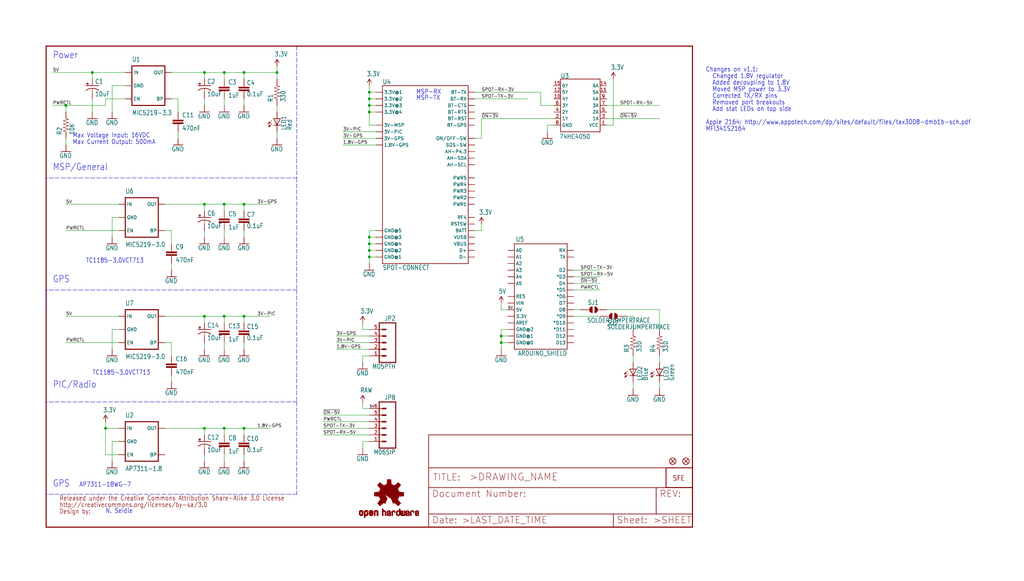
<source format=kicad_sch>
(kicad_sch (version 20211123) (generator eeschema)
  (paper "User" 394.386 223.926)
  (lib_symbols
    (symbol "eagleSchem-eagle-import:3.3V" (power)
      (property "Value" "3.3V" (at -1.016 3.556 0))
      (symbol "3.3V_1_0"
        (pin power_in line (at 0 0 90) (length 2.54) (name "3.3V") (number "1"))
      )
    )
    (symbol "eagleSchem-eagle-import:ARDUINO_SHIELDNO_SILK"
      (property "Reference" "U" (at -9.652 21.082 0))
      (property "Value" "ARDUINO_SHIELDNO_SILK" (at -8.89 -22.86 0))
      (symbol "ARDUINO_SHIELDNO_SILK_1_0"
        (pin bidirectional line (at -12.7 -7.62 0) (length 2.54) (name "3.3V") (number "3.3V"))
        (pin bidirectional line (at -12.7 -5.08 0) (length 2.54) (name "5V") (number "5V"))
        (pin bidirectional line (at -12.7 17.78 0) (length 2.54) (name "A0") (number "A0"))
        (pin bidirectional line (at -12.7 15.24 0) (length 2.54) (name "A1") (number "A1"))
        (pin bidirectional line (at -12.7 12.7 0) (length 2.54) (name "A2") (number "A2"))
        (pin bidirectional line (at -12.7 10.16 0) (length 2.54) (name "A3") (number "A3"))
        (pin bidirectional line (at -12.7 7.62 0) (length 2.54) (name "A4") (number "A4"))
        (pin bidirectional line (at -12.7 5.08 0) (length 2.54) (name "A5") (number "A5"))
        (pin bidirectional line (at -12.7 -10.16 0) (length 2.54) (name "AREF") (number "AREF"))
        (pin bidirectional line (at 12.7 -10.16 180) (length 2.54) (name "*D10") (number "D10"))
        (pin bidirectional line (at 12.7 -12.7 180) (length 2.54) (name "*D11") (number "D11"))
        (pin bidirectional line (at 12.7 -15.24 180) (length 2.54) (name "D12") (number "D12"))
        (pin bidirectional line (at 12.7 -17.78 180) (length 2.54) (name "D13") (number "D13"))
        (pin bidirectional line (at 12.7 10.16 180) (length 2.54) (name "D2") (number "D2"))
        (pin bidirectional line (at 12.7 7.62 180) (length 2.54) (name "*D3") (number "D3"))
        (pin bidirectional line (at 12.7 5.08 180) (length 2.54) (name "D4") (number "D4"))
        (pin bidirectional line (at 12.7 2.54 180) (length 2.54) (name "*D5") (number "D5"))
        (pin bidirectional line (at 12.7 0 180) (length 2.54) (name "*D6") (number "D6"))
        (pin bidirectional line (at 12.7 -2.54 180) (length 2.54) (name "D7") (number "D7"))
        (pin bidirectional line (at 12.7 -5.08 180) (length 2.54) (name "D8") (number "D8"))
        (pin bidirectional line (at 12.7 -7.62 180) (length 2.54) (name "*D9") (number "D9"))
        (pin bidirectional line (at -12.7 -17.78 0) (length 2.54) (name "GND@0") (number "GND@0"))
        (pin bidirectional line (at -12.7 -15.24 0) (length 2.54) (name "GND@1") (number "GND@1"))
        (pin bidirectional line (at -12.7 -12.7 0) (length 2.54) (name "GND@2") (number "GND@2"))
        (pin bidirectional line (at -12.7 0 0) (length 2.54) (name "RES") (number "RES"))
        (pin bidirectional line (at 12.7 17.78 180) (length 2.54) (name "RX") (number "RX"))
        (pin bidirectional line (at 12.7 15.24 180) (length 2.54) (name "TX") (number "TX"))
        (pin bidirectional line (at -12.7 -2.54 0) (length 2.54) (name "VIN") (number "VIN"))
      )
    )
    (symbol "eagleSchem-eagle-import:CAP0402-CAP"
      (property "Reference" "C" (at 1.524 2.921 0))
      (property "Value" "CAP0402-CAP" (at 1.524 -2.159 0))
      (symbol "CAP0402-CAP_1_0"
        (pin passive line (at 0 5.08 270) (length 2.54) (name "1") (number "1"))
        (pin passive line (at 0 -2.54 90) (length 2.54) (name "2") (number "2"))
      )
    )
    (symbol "eagleSchem-eagle-import:CAP_POL1206"
      (property "Reference" "C" (at 1.016 0.635 0))
      (property "Value" "CAP_POL1206" (at 1.016 -4.191 0))
      (symbol "CAP_POL1206_1_0"
        (pin passive line (at 0 2.54 270) (length 2.54) (name "+") (number "A"))
        (pin passive line (at 0 -5.08 90) (length 2.54) (name "-") (number "C"))
      )
    )
    (symbol "eagleSchem-eagle-import:CREATIVE_COMMONS"
      (symbol "CREATIVE_COMMONS_1_0"
        (text "Design by:" (at 0 0 0) (effects (font (size 1.778 1.5113)) (justify left bottom)))
        (text "http://creativecommons.org/licenses/by-sa/3.0" (at 0 2.54 0) (effects (font (size 1.778 1.5113)) (justify left bottom)))
        (text "Released under the Creative Commons Attribution Share-Alike 3.0 License" (at 0 5.08 0) (effects (font (size 1.778 1.5113)) (justify left bottom)))
      )
    )
    (symbol "eagleSchem-eagle-import:FIDUCIALUFIDUCIAL")
    (symbol "eagleSchem-eagle-import:FRAME-LETTER"
      (symbol "FRAME-LETTER_2_0"
        (text ">DRAWING_NAME" (at 15.494 17.78 0) (effects (font (size 2.7432 2.7432)) (justify left bottom)))
        (text ">LAST_DATE_TIME" (at 12.7 1.27 0) (effects (font (size 2.54 2.54)) (justify left bottom)))
        (text ">SHEET" (at 86.36 1.27 0) (effects (font (size 2.54 2.54)) (justify left bottom)))
        (text "Date:" (at 1.27 1.27 0) (effects (font (size 2.54 2.54)) (justify left bottom)))
        (text "Document Number:" (at 1.27 11.43 0) (effects (font (size 2.54 2.54)) (justify left bottom)))
        (text "REV:" (at 88.9 11.43 0) (effects (font (size 2.54 2.54)) (justify left bottom)))
        (text "Sheet:" (at 72.39 1.27 0) (effects (font (size 2.54 2.54)) (justify left bottom)))
        (text "TITLE:" (at 1.524 17.78 0) (effects (font (size 2.54 2.54)) (justify left bottom)))
      )
    )
    (symbol "eagleSchem-eagle-import:GND" (power)
      (property "Value" "GND" (at -2.54 -2.54 0))
      (symbol "GND_1_0"
        (pin power_in line (at 0 2.54 270) (length 2.54) (name "GND") (number "1"))
      )
    )
    (symbol "eagleSchem-eagle-import:HEX_CONVERTER"
      (property "Reference" "U" (at -7.62 10.16 0))
      (property "Value" "HEX_CONVERTER" (at -7.62 -12.7 0))
      (symbol "HEX_CONVERTER_1_0"
        (pin bidirectional line (at -10.16 7.62 0) (length 2.54) (name "VCC") (number "1"))
        (pin bidirectional line (at 10.16 -2.54 180) (length 2.54) (name "4Y") (number "10"))
        (pin bidirectional line (at -10.16 -5.08 0) (length 2.54) (name "5A") (number "11"))
        (pin bidirectional line (at 10.16 -5.08 180) (length 2.54) (name "5Y") (number "12"))
        (pin bidirectional line (at -10.16 -7.62 0) (length 2.54) (name "6A") (number "14"))
        (pin bidirectional line (at 10.16 -7.62 180) (length 2.54) (name "6Y") (number "15"))
        (pin bidirectional line (at 10.16 5.08 180) (length 2.54) (name "1Y") (number "2"))
        (pin bidirectional line (at -10.16 5.08 0) (length 2.54) (name "1A") (number "3"))
        (pin bidirectional line (at 10.16 2.54 180) (length 2.54) (name "2Y") (number "4"))
        (pin bidirectional line (at -10.16 2.54 0) (length 2.54) (name "2A") (number "5"))
        (pin bidirectional line (at 10.16 0 180) (length 2.54) (name "3Y") (number "6"))
        (pin bidirectional line (at -10.16 0 0) (length 2.54) (name "3A") (number "7"))
        (pin bidirectional line (at 10.16 7.62 180) (length 2.54) (name "GND") (number "8"))
        (pin bidirectional line (at -10.16 -2.54 0) (length 2.54) (name "4A") (number "9"))
      )
    )
    (symbol "eagleSchem-eagle-import:LED0603"
      (property "Reference" "LED" (at 3.556 -4.572 90))
      (property "Value" "LED0603" (at 5.715 -4.572 90))
      (symbol "LED0603_1_0"
        (pin passive line (at 0 2.54 270) (length 2.54) (name "A") (number "A"))
        (pin passive line (at 0 -5.08 90) (length 2.54) (name "C") (number "C"))
      )
    )
    (symbol "eagleSchem-eagle-import:LOGO-SFENEW"
      (symbol "LOGO-SFENEW_1_0"
        (text "SFE" (at 0 0 0) (effects (font (size 1.9304 1.6408)) (justify left bottom)))
      )
    )
    (symbol "eagleSchem-eagle-import:LOGO-SFESK"
      (symbol "LOGO-SFESK_1_0"
        (text "SFE" (at 0 0 0) (effects (font (size 1.9304 1.6408)) (justify left bottom)))
      )
    )
    (symbol "eagleSchem-eagle-import:M05PTH"
      (property "Reference" "JP" (at -2.54 8.382 0))
      (property "Value" "M05PTH" (at -2.54 -10.16 0))
      (symbol "M05PTH_1_0"
        (pin passive line (at 7.62 -5.08 180) (length 5.08) (name "1") (number "1"))
        (pin passive line (at 7.62 -2.54 180) (length 5.08) (name "2") (number "2"))
        (pin passive line (at 7.62 0 180) (length 5.08) (name "3") (number "3"))
        (pin passive line (at 7.62 2.54 180) (length 5.08) (name "4") (number "4"))
        (pin passive line (at 7.62 5.08 180) (length 5.08) (name "5") (number "5"))
      )
    )
    (symbol "eagleSchem-eagle-import:M06SIP"
      (property "Reference" "JP" (at -5.08 10.922 0))
      (property "Value" "M06SIP" (at -5.08 -10.16 0))
      (symbol "M06SIP_1_0"
        (pin passive line (at 5.08 -5.08 180) (length 5.08) (name "1") (number "1"))
        (pin passive line (at 5.08 -2.54 180) (length 5.08) (name "2") (number "2"))
        (pin passive line (at 5.08 0 180) (length 5.08) (name "3") (number "3"))
        (pin passive line (at 5.08 2.54 180) (length 5.08) (name "4") (number "4"))
        (pin passive line (at 5.08 5.08 180) (length 5.08) (name "5") (number "5"))
        (pin passive line (at 5.08 7.62 180) (length 5.08) (name "6") (number "6"))
      )
    )
    (symbol "eagleSchem-eagle-import:OSHW-LOGOS")
    (symbol "eagleSchem-eagle-import:RESISTOR0402-RES"
      (property "Reference" "R" (at -3.81 1.4986 0))
      (property "Value" "RESISTOR0402-RES" (at -3.81 -3.302 0))
      (symbol "RESISTOR0402-RES_1_0"
        (pin passive line (at -5.08 0 0) (length 2.54) (name "1") (number "1"))
        (pin passive line (at 5.08 0 180) (length 2.54) (name "2") (number "2"))
      )
    )
    (symbol "eagleSchem-eagle-import:SOLDERJUMPERTRACE"
      (property "Reference" "SJ" (at -2.54 2.54 0))
      (property "Value" "SOLDERJUMPERTRACE" (at -2.54 -5.08 0))
      (symbol "SOLDERJUMPERTRACE_1_0"
        (pin passive line (at -5.08 0 0) (length 2.54) (name "1") (number "1"))
        (pin passive line (at 5.08 0 180) (length 2.54) (name "2") (number "2"))
      )
    )
    (symbol "eagleSchem-eagle-import:SPOT-CONNECTSMD"
      (property "Reference" "U" (at -17.78 33.528 0))
      (property "Value" "SPOT-CONNECTSMD" (at -17.78 -38.1 0))
      (symbol "SPOT-CONNECTSMD_1_0"
        (pin bidirectional line (at -20.32 10.16 0) (length 2.54) (name "1.8V-GPS") (number "1.8V-GPS"))
        (pin bidirectional line (at -20.32 30.48 0) (length 2.54) (name "3.3V@1") (number "3.3V@1"))
        (pin bidirectional line (at -20.32 27.94 0) (length 2.54) (name "3.3V@2") (number "3.3V@2"))
        (pin bidirectional line (at -20.32 25.4 0) (length 2.54) (name "3.3V@3") (number "3.3V@3"))
        (pin bidirectional line (at -20.32 22.86 0) (length 2.54) (name "3.3V@4") (number "3.3V@4"))
        (pin bidirectional line (at -20.32 12.7 0) (length 2.54) (name "3V-GPS") (number "3V-GPS"))
        (pin bidirectional line (at -20.32 17.78 0) (length 2.54) (name "3V-MSP") (number "3VMSP"))
        (pin bidirectional line (at -20.32 15.24 0) (length 2.54) (name "3V-PIC") (number "3VPIC"))
        (pin bidirectional line (at 17.78 2.54 180) (length 2.54) (name "AH-SCL") (number "AH-SCL"))
        (pin bidirectional line (at 17.78 7.62 180) (length 2.54) (name "AH-P4.3") (number "AH/P4.3"))
        (pin bidirectional line (at 17.78 5.08 180) (length 2.54) (name "AH-SDA") (number "AH/SDA"))
        (pin bidirectional line (at 17.78 -22.86 180) (length 2.54) (name "BATT") (number "BATT"))
        (pin bidirectional line (at 17.78 25.4 180) (length 2.54) (name "BT-CTS") (number "BT-CTS"))
        (pin bidirectional line (at 17.78 17.78 180) (length 2.54) (name "BT-GP5") (number "BT-GP5"))
        (pin bidirectional line (at 17.78 20.32 180) (length 2.54) (name "BT-RST") (number "BT-RST"))
        (pin bidirectional line (at 17.78 22.86 180) (length 2.54) (name "BT-RTS") (number "BT-RTS"))
        (pin bidirectional line (at 17.78 27.94 180) (length 2.54) (name "BT-RX") (number "BT-RX"))
        (pin bidirectional line (at 17.78 30.48 180) (length 2.54) (name "BT-TX") (number "BT-TX"))
        (pin bidirectional line (at 17.78 -30.48 180) (length 2.54) (name "D+") (number "D+"))
        (pin bidirectional line (at 17.78 -33.02 180) (length 2.54) (name "D-") (number "D-"))
        (pin bidirectional line (at -20.32 -33.02 0) (length 2.54) (name "GND@1") (number "GND@1"))
        (pin bidirectional line (at -20.32 -30.48 0) (length 2.54) (name "GND@2") (number "GND@2"))
        (pin bidirectional line (at -20.32 -25.4 0) (length 2.54) (name "GND@3") (number "GND@3"))
        (pin bidirectional line (at -20.32 -27.94 0) (length 2.54) (name "GND@4") (number "GND@4"))
        (pin bidirectional line (at -20.32 -22.86 0) (length 2.54) (name "GND@5") (number "GND@5"))
        (pin bidirectional line (at 17.78 12.7 180) (length 2.54) (name "ON/OFF-SW") (number "ON/OFF"))
        (pin bidirectional line (at 17.78 -12.7 180) (length 2.54) (name "PWR1") (number "PWRCTL1"))
        (pin bidirectional line (at 17.78 -10.16 180) (length 2.54) (name "PWR2") (number "PWRCTL2"))
        (pin bidirectional line (at 17.78 -7.62 180) (length 2.54) (name "PWR3") (number "PWRCTL3"))
        (pin bidirectional line (at 17.78 -5.08 180) (length 2.54) (name "PWR4") (number "PWRCTL4"))
        (pin bidirectional line (at 17.78 -2.54 180) (length 2.54) (name "PWR5") (number "PWRCTL5"))
        (pin bidirectional line (at 17.78 -17.78 180) (length 2.54) (name "RF4") (number "RF4"))
        (pin bidirectional line (at 17.78 -20.32 180) (length 2.54) (name "RSTSW") (number "RSTSW"))
        (pin bidirectional line (at 17.78 10.16 180) (length 2.54) (name "SOS-SW") (number "SOS"))
        (pin bidirectional line (at 17.78 -27.94 180) (length 2.54) (name "VBUS") (number "VBUS"))
        (pin bidirectional line (at 17.78 -25.4 180) (length 2.54) (name "VUSB") (number "VUSB"))
      )
    )
    (symbol "eagleSchem-eagle-import:VCC" (power)
      (property "Value" "VCC" (at -1.016 3.556 0))
      (symbol "VCC_1_0"
        (pin power_in line (at 0 0 90) (length 2.54) (name "VCC") (number "1"))
      )
    )
    (symbol "eagleSchem-eagle-import:V_REG_LDOSMD"
      (property "Reference" "U" (at -7.62 9.144 0))
      (property "Value" "V_REG_LDOSMD" (at -7.62 -11.43 0))
      (symbol "V_REG_LDOSMD_1_0"
        (pin input line (at -10.16 5.08 0) (length 2.54) (name "IN") (number "1"))
        (pin input line (at -10.16 0 0) (length 2.54) (name "GND") (number "2"))
        (pin input line (at -10.16 -5.08 0) (length 2.54) (name "EN") (number "3"))
        (pin input line (at 7.62 -5.08 180) (length 2.54) (name "BP") (number "4"))
        (pin passive line (at 7.62 5.08 180) (length 2.54) (name "OUT") (number "5"))
      )
    )
  )
  (junction (at 142.24 38.1))
  (junction (at 142.24 99.06))
  (junction (at 142.24 43.18))
  (junction (at 142.24 35.56))
  (junction (at 86.36 78.74))
  (junction (at 78.74 78.74))
  (junction (at 78.74 27.94))
  (junction (at 142.24 40.64))
  (junction (at 25.4 40.64))
  (junction (at 106.68 27.94))
  (junction (at 193.04 132.08))
  (junction (at 142.24 93.98))
  (junction (at 93.98 27.94))
  (junction (at 193.04 129.54))
  (junction (at 93.98 78.74))
  (junction (at 93.98 165.1))
  (junction (at 86.36 27.94))
  (junction (at 142.24 96.52))
  (junction (at 86.36 121.92))
  (junction (at 40.64 165.1))
  (junction (at 35.56 27.94))
  (junction (at 142.24 91.44))
  (junction (at 93.98 121.92))
  (junction (at 78.74 121.92))
  (junction (at 86.36 165.1))
  (junction (at 78.74 165.1))
  (wire (pts (xy 185.42 53.34) (xy 185.42 45.72)))
  (wire (pts (xy 142.24 137.16) (xy 139.7 137.16)))
  (wire (pts (xy 236.22 48.26) (xy 236.22 30.48)))
  (wire (pts (xy 132.08 53.34) (xy 144.78 53.34)))
  (wire (pts (xy 35.56 27.94) (xy 48.26 27.94)))
  (wire (pts (xy 78.74 121.92) (xy 86.36 121.92)))
  (wire (pts (xy 142.24 88.9) (xy 142.24 91.44)))
  (wire (pts (xy 66.04 38.1) (xy 68.58 38.1)))
  (polyline (pts (xy 114.3 17.78) (xy 114.3 68.58)))
  (wire (pts (xy 213.36 48.26) (xy 210.82 48.26)))
  (wire (pts (xy 43.18 83.82) (xy 43.18 91.44)))
  (wire (pts (xy 45.72 88.9) (xy 25.4 88.9)))
  (wire (pts (xy 48.26 38.1) (xy 40.64 38.1)))
  (wire (pts (xy 254 149.86) (xy 254 147.32)))
  (wire (pts (xy 220.98 121.92) (xy 231.14 121.92)))
  (wire (pts (xy 106.68 43.18) (xy 106.68 40.64)))
  (wire (pts (xy 25.4 43.18) (xy 25.4 40.64)))
  (wire (pts (xy 223.52 119.38) (xy 220.98 119.38)))
  (polyline (pts (xy 114.3 111.76) (xy 114.3 154.94)))
  (wire (pts (xy 86.36 124.46) (xy 86.36 121.92)))
  (wire (pts (xy 142.24 162.56) (xy 124.46 162.56)))
  (wire (pts (xy 45.72 170.18) (xy 43.18 170.18)))
  (wire (pts (xy 220.98 104.14) (xy 231.14 104.14)))
  (wire (pts (xy 78.74 165.1) (xy 86.36 165.1)))
  (wire (pts (xy 193.04 132.08) (xy 193.04 134.62)))
  (wire (pts (xy 213.36 40.64) (xy 208.28 40.64)))
  (wire (pts (xy 142.24 43.18) (xy 142.24 40.64)))
  (wire (pts (xy 63.5 165.1) (xy 78.74 165.1)))
  (wire (pts (xy 43.18 33.02) (xy 43.18 43.18)))
  (wire (pts (xy 106.68 27.94) (xy 106.68 25.4)))
  (wire (pts (xy 45.72 78.74) (xy 25.4 78.74)))
  (wire (pts (xy 78.74 175.26) (xy 78.74 177.8)))
  (wire (pts (xy 193.04 127) (xy 193.04 129.54)))
  (wire (pts (xy 254 119.38) (xy 254 127)))
  (wire (pts (xy 142.24 167.64) (xy 124.46 167.64)))
  (wire (pts (xy 78.74 40.64) (xy 78.74 38.1)))
  (wire (pts (xy 144.78 38.1) (xy 142.24 38.1)))
  (wire (pts (xy 86.36 121.92) (xy 93.98 121.92)))
  (wire (pts (xy 86.36 165.1) (xy 93.98 165.1)))
  (wire (pts (xy 213.36 45.72) (xy 185.42 45.72)))
  (wire (pts (xy 48.26 33.02) (xy 43.18 33.02)))
  (wire (pts (xy 142.24 99.06) (xy 142.24 101.6)))
  (polyline (pts (xy 114.3 68.58) (xy 114.3 111.76)))
  (wire (pts (xy 40.64 175.26) (xy 40.64 165.1)))
  (wire (pts (xy 142.24 160.02) (xy 124.46 160.02)))
  (wire (pts (xy 78.74 124.46) (xy 78.74 121.92)))
  (wire (pts (xy 182.88 35.56) (xy 208.28 35.56)))
  (wire (pts (xy 68.58 53.34) (xy 68.58 50.8)))
  (wire (pts (xy 86.36 167.64) (xy 86.36 165.1)))
  (wire (pts (xy 220.98 111.76) (xy 231.14 111.76)))
  (wire (pts (xy 93.98 78.74) (xy 104.14 78.74)))
  (wire (pts (xy 86.36 40.64) (xy 86.36 38.1)))
  (wire (pts (xy 193.04 129.54) (xy 193.04 132.08)))
  (wire (pts (xy 142.24 35.56) (xy 142.24 33.02)))
  (wire (pts (xy 25.4 55.88) (xy 25.4 53.34)))
  (wire (pts (xy 86.36 27.94) (xy 93.98 27.94)))
  (wire (pts (xy 93.98 177.8) (xy 93.98 175.26)))
  (wire (pts (xy 182.88 53.34) (xy 185.42 53.34)))
  (wire (pts (xy 63.5 132.08) (xy 66.04 132.08)))
  (wire (pts (xy 45.72 121.92) (xy 25.4 121.92)))
  (wire (pts (xy 35.56 30.48) (xy 35.56 27.94)))
  (wire (pts (xy 182.88 88.9) (xy 185.42 88.9)))
  (wire (pts (xy 78.74 167.64) (xy 78.74 165.1)))
  (wire (pts (xy 66.04 104.14) (xy 66.04 101.6)))
  (wire (pts (xy 93.98 124.46) (xy 93.98 121.92)))
  (wire (pts (xy 142.24 157.48) (xy 139.7 157.48)))
  (wire (pts (xy 68.58 38.1) (xy 68.58 43.18)))
  (wire (pts (xy 195.58 119.38) (xy 193.04 119.38)))
  (wire (pts (xy 142.24 38.1) (xy 142.24 35.56)))
  (wire (pts (xy 93.98 91.44) (xy 93.98 88.9)))
  (wire (pts (xy 78.74 27.94) (xy 78.74 30.48)))
  (wire (pts (xy 233.68 40.64) (xy 254 40.64)))
  (wire (pts (xy 66.04 147.32) (xy 66.04 144.78)))
  (wire (pts (xy 142.24 170.18) (xy 139.7 170.18)))
  (wire (pts (xy 195.58 129.54) (xy 193.04 129.54)))
  (polyline (pts (xy 114.3 154.94) (xy 114.3 190.5)))
  (wire (pts (xy 195.58 132.08) (xy 193.04 132.08)))
  (wire (pts (xy 45.72 132.08) (xy 25.4 132.08)))
  (wire (pts (xy 142.24 40.64) (xy 142.24 38.1)))
  (wire (pts (xy 78.74 91.44) (xy 78.74 88.9)))
  (wire (pts (xy 86.36 78.74) (xy 93.98 78.74)))
  (wire (pts (xy 142.24 93.98) (xy 142.24 96.52)))
  (wire (pts (xy 142.24 127) (xy 139.7 127)))
  (wire (pts (xy 63.5 78.74) (xy 78.74 78.74)))
  (wire (pts (xy 139.7 157.48) (xy 139.7 154.94)))
  (wire (pts (xy 142.24 134.62) (xy 129.54 134.62)))
  (wire (pts (xy 35.56 43.18) (xy 35.56 38.1)))
  (wire (pts (xy 86.36 134.62) (xy 86.36 132.08)))
  (wire (pts (xy 78.74 81.28) (xy 78.74 78.74)))
  (wire (pts (xy 142.24 91.44) (xy 142.24 93.98)))
  (wire (pts (xy 66.04 132.08) (xy 66.04 137.16)))
  (wire (pts (xy 233.68 48.26) (xy 236.22 48.26)))
  (polyline (pts (xy 114.3 154.94) (xy 17.78 154.94)))
  (wire (pts (xy 45.72 165.1) (xy 40.64 165.1)))
  (wire (pts (xy 40.64 40.64) (xy 25.4 40.64)))
  (wire (pts (xy 144.78 88.9) (xy 142.24 88.9)))
  (wire (pts (xy 40.64 38.1) (xy 40.64 40.64)))
  (wire (pts (xy 78.74 134.62) (xy 78.74 132.08)))
  (wire (pts (xy 142.24 132.08) (xy 129.54 132.08)))
  (wire (pts (xy 93.98 30.48) (xy 93.98 27.94)))
  (polyline (pts (xy 114.3 190.5) (xy 17.78 190.5)))
  (wire (pts (xy 93.98 81.28) (xy 93.98 78.74)))
  (wire (pts (xy 40.64 162.56) (xy 40.64 165.1)))
  (polyline (pts (xy 114.3 68.58) (xy 17.78 68.58)))
  (wire (pts (xy 195.58 127) (xy 193.04 127)))
  (wire (pts (xy 93.98 167.64) (xy 93.98 165.1)))
  (wire (pts (xy 78.74 78.74) (xy 86.36 78.74)))
  (wire (pts (xy 144.78 99.06) (xy 142.24 99.06)))
  (polyline (pts (xy 114.3 111.76) (xy 17.78 111.76)))
  (wire (pts (xy 78.74 27.94) (xy 86.36 27.94)))
  (wire (pts (xy 233.68 119.38) (xy 254 119.38)))
  (wire (pts (xy 144.78 91.44) (xy 142.24 91.44)))
  (wire (pts (xy 93.98 27.94) (xy 106.68 27.94)))
  (wire (pts (xy 144.78 35.56) (xy 142.24 35.56)))
  (wire (pts (xy 144.78 55.88) (xy 132.08 55.88)))
  (wire (pts (xy 144.78 40.64) (xy 142.24 40.64)))
  (wire (pts (xy 66.04 27.94) (xy 78.74 27.94)))
  (wire (pts (xy 220.98 106.68) (xy 231.14 106.68)))
  (wire (pts (xy 45.72 127) (xy 43.18 127)))
  (wire (pts (xy 243.84 139.7) (xy 243.84 137.16)))
  (wire (pts (xy 139.7 127) (xy 139.7 124.46)))
  (wire (pts (xy 93.98 121.92) (xy 104.14 121.92)))
  (wire (pts (xy 233.68 45.72) (xy 254 45.72)))
  (wire (pts (xy 43.18 170.18) (xy 43.18 177.8)))
  (wire (pts (xy 86.36 27.94) (xy 86.36 30.48)))
  (wire (pts (xy 63.5 121.92) (xy 78.74 121.92)))
  (wire (pts (xy 86.36 91.44) (xy 86.36 88.9)))
  (wire (pts (xy 25.4 40.64) (xy 20.32 40.64)))
  (wire (pts (xy 93.98 40.64) (xy 93.98 38.1)))
  (wire (pts (xy 144.78 43.18) (xy 142.24 43.18)))
  (wire (pts (xy 93.98 134.62) (xy 93.98 132.08)))
  (wire (pts (xy 193.04 119.38) (xy 193.04 116.84)))
  (wire (pts (xy 254 139.7) (xy 254 137.16)))
  (wire (pts (xy 142.24 129.54) (xy 129.54 129.54)))
  (wire (pts (xy 241.3 121.92) (xy 243.84 121.92)))
  (wire (pts (xy 45.72 83.82) (xy 43.18 83.82)))
  (wire (pts (xy 142.24 165.1) (xy 124.46 165.1)))
  (wire (pts (xy 142.24 48.26) (xy 142.24 43.18)))
  (wire (pts (xy 144.78 50.8) (xy 132.08 50.8)))
  (wire (pts (xy 144.78 48.26) (xy 142.24 48.26)))
  (wire (pts (xy 139.7 170.18) (xy 139.7 172.72)))
  (wire (pts (xy 35.56 27.94) (xy 20.32 27.94)))
  (wire (pts (xy 106.68 53.34) (xy 106.68 50.8)))
  (wire (pts (xy 63.5 88.9) (xy 66.04 88.9)))
  (wire (pts (xy 243.84 149.86) (xy 243.84 147.32)))
  (wire (pts (xy 243.84 121.92) (xy 243.84 127)))
  (wire (pts (xy 86.36 177.8) (xy 86.36 175.26)))
  (wire (pts (xy 106.68 27.94) (xy 106.68 30.48)))
  (wire (pts (xy 139.7 137.16) (xy 139.7 139.7)))
  (polyline (pts (xy 17.78 111.76) (xy 17.78 119.38)))
  (wire (pts (xy 208.28 40.64) (xy 208.28 35.56)))
  (wire (pts (xy 45.72 175.26) (xy 40.64 175.26)))
  (wire (pts (xy 182.88 38.1) (xy 203.2 38.1)))
  (wire (pts (xy 66.04 88.9) (xy 66.04 93.98)))
  (wire (pts (xy 86.36 81.28) (xy 86.36 78.74)))
  (wire (pts (xy 220.98 109.22) (xy 231.14 109.22)))
  (wire (pts (xy 210.82 48.26) (xy 210.82 50.8)))
  (wire (pts (xy 93.98 165.1) (xy 104.14 165.1)))
  (wire (pts (xy 185.42 86.36) (xy 185.42 88.9)))
  (wire (pts (xy 43.18 127) (xy 43.18 134.62)))
  (wire (pts (xy 144.78 93.98) (xy 142.24 93.98)))
  (wire (pts (xy 144.78 96.52) (xy 142.24 96.52)))
  (wire (pts (xy 142.24 96.52) (xy 142.24 99.06)))
  (text "Max Voltage Input: 16VDC" (at 27.94 53.34 180) (effects (font (size 1.778 1.5113)) (justify left bottom)))
  (text "Add stat LEDs on top side" (at 274.32 43.18 180) (effects (font (size 1.778 1.5113)) (justify left bottom)))
  (text "AP7311-18WG-7" (at 30.48 187.96 180) (effects (font (size 1.778 1.5113)) (justify left bottom)))
  (text "Moved MSP power to 3.3V" (at 274.32 35.56 180) (effects (font (size 1.778 1.5113)) (justify left bottom)))
  (text "Apple 2164: http://www.appotech.com/dp/sites/default/files/tax3008-dmb1b-sch.pdf" (at 271.78 48.26 0) (effects (font (size 1.778 1.5113)) (justify left bottom)))
  (text "MSP/General" (at 20.32 66.04 180) (effects (font (size 2.54 2.159)) (justify left bottom)))
  (text "Max Current Output: 500mA" (at 27.94 55.88 180) (effects (font (size 1.778 1.5113)) (justify left bottom)))
  (text "Removed port breakouts" (at 274.32 40.64 180) (effects (font (size 1.778 1.5113)) (justify left bottom)))
  (text "Added decoupling to 1.8V" (at 274.32 33.02 180) (effects (font (size 1.778 1.5113)) (justify left bottom)))
  (text "GPS" (at 20.32 187.96 180) (effects (font (size 2.54 2.159)) (justify left bottom)))
  (text "GPS" (at 20.32 109.22 180) (effects (font (size 2.54 2.159)) (justify left bottom)))
  (text "MSP-RX" (at 160.274 36.576 180) (effects (font (size 1.778 1.5113)) (justify left bottom)))
  (text "Changes on v1.1:" (at 271.78 27.94 180) (effects (font (size 1.778 1.5113)) (justify left bottom)))
  (text "MSP-TX" (at 160.274 38.862 180) (effects (font (size 1.778 1.5113)) (justify left bottom)))
  (text "N. Seidle" (at 40.64 198.12 180) (effects (font (size 1.778 1.5113)) (justify left bottom)))
  (text "Corrected TX/RX pins" (at 274.32 38.1 180) (effects (font (size 1.778 1.5113)) (justify left bottom)))
  (text "PIC/Radio" (at 20.32 149.86 180) (effects (font (size 2.54 2.159)) (justify left bottom)))
  (text "TC1185-3.0VCT713" (at 33.02 101.6 180) (effects (font (size 1.778 1.5113)) (justify left bottom)))
  (text "MFI341S2164" (at 271.78 50.8 180) (effects (font (size 1.778 1.5113)) (justify left bottom)))
  (text "Power" (at 20.32 22.86 180) (effects (font (size 2.54 2.159)) (justify left bottom)))
  (text "Changed 1.8V regulator" (at 274.32 30.48 180) (effects (font (size 1.778 1.5113)) (justify left bottom)))
  (text "TC1185-3.0VCT713" (at 35.56 144.78 180) (effects (font (size 1.778 1.5113)) (justify left bottom)))
  (label "~{ON-5V}" (at 124.46 160.02 0) (effects (font (size 1.2446 1.2446))))
  (label "5V" (at 25.4 121.92 0) (effects (font (size 1.2446 1.2446))))
  (label "1.8V-GPS" (at 132.08 55.88 0) (effects (font (size 1.2446 1.2446))))
  (label "3V-PIC" (at 129.54 132.08 0) (effects (font (size 1.2446 1.2446))))
  (label "SPOT-RX-5V" (at 124.46 167.64 0) (effects (font (size 1.2446 1.2446))))
  (label "3V-PIC" (at 132.08 50.8 0) (effects (font (size 1.2446 1.2446))))
  (label "5V" (at 25.4 78.74 0) (effects (font (size 1.2446 1.2446))))
  (label "3V-GPS" (at 129.54 129.54 0) (effects (font (size 1.2446 1.2446))))
  (label "SPOT-TX-3V" (at 223.52 104.14 0) (effects (font (size 1.2446 1.2446))))
  (label "~{ON-3V}" (at 185.42 45.72 0) (effects (font (size 1.2446 1.2446))))
  (label "SPOT-RX-5V" (at 223.52 106.68 0) (effects (font (size 1.2446 1.2446))))
  (label "1.8V-GPS" (at 129.54 134.62 0) (effects (font (size 1.2446 1.2446))))
  (label "~{ON-5V}" (at 238.76 45.72 0) (effects (font (size 1.2446 1.2446))))
  (label "1.8V-GPS" (at 99.06 165.1 0) (effects (font (size 1.2446 1.2446))))
  (label "SPOT-RX-3V" (at 185.42 35.56 0) (effects (font (size 1.2446 1.2446))))
  (label "SPOT-RX-5V" (at 238.76 40.64 0) (effects (font (size 1.2446 1.2446))))
  (label "3V-PIC" (at 99.06 121.92 0) (effects (font (size 1.2446 1.2446))))
  (label "PWRCTL" (at 25.4 88.9 0) (effects (font (size 1.2446 1.2446))))
  (label "SPOT-TX-3V" (at 124.46 165.1 0) (effects (font (size 1.2446 1.2446))))
  (label "3V-GPS" (at 99.06 78.74 0) (effects (font (size 1.2446 1.2446))))
  (label "PWRCTL" (at 223.52 111.76 0) (effects (font (size 1.2446 1.2446))))
  (label "PWRCTL" (at 20.32 40.64 0) (effects (font (size 1.2446 1.2446))))
  (label "5V" (at 195.58 119.38 0) (effects (font (size 1.016 1.016))))
  (label "PWRCTL" (at 124.46 162.56 0) (effects (font (size 1.2446 1.2446))))
  (label "5V" (at 20.32 27.94 0) (effects (font (size 1.2446 1.2446))))
  (label "~{ON-5V}" (at 223.52 109.22 0) (effects (font (size 1.2446 1.2446))))
  (label "5V" (at 142.24 157.48 0) (effects (font (size 1.016 1.016))))
  (label "PWRCTL" (at 25.4 132.08 0) (effects (font (size 1.2446 1.2446))))
  (label "3V-GPS" (at 132.08 53.34 0) (effects (font (size 1.2446 1.2446))))
  (label "SPOT-TX-3V" (at 185.42 38.1 0) (effects (font (size 1.2446 1.2446))))
  (symbol (lib_id "eagleSchem-eagle-import:GND") (at 43.18 45.72 0) (unit 1)
    (property "Reference" "#GND30" (effects hide))
    (property "Value" "GND" (at 40.64 48.26 0) (effects (font (size 1.778 1.5113)) (justify left bottom)))
    (property "Footprint" "eagleSchem:" (effects hide))
  )
  (symbol (lib_id "eagleSchem-eagle-import:3.3V") (at 185.42 86.36 0) (unit 1)
    (property "Reference" "#P+8" (effects hide))
    (property "Value" "3.3V" (at 184.404 82.804 0) (effects (font (size 1.778 1.5113)) (justify left bottom)))
    (property "Footprint" "eagleSchem:" (effects hide))
  )
  (symbol (lib_id "eagleSchem-eagle-import:CAP0402-CAP") (at 93.98 170.18 180) (unit 1)
    (property "Reference" "C10" (at 94.996 170.053 0) (effects (font (size 1.778 1.5113)) (justify right top)))
    (property "Value" "0.1uF" (at 94.996 174.371 0) (effects (font (size 1.778 1.5113)) (justify right top)))
    (property "Footprint" "eagleSchem:0402-CAP" (effects hide))
  )
  (symbol (lib_id "eagleSchem-eagle-import:GND") (at 93.98 137.16 0) (unit 1)
    (property "Reference" "#GND20" (effects hide))
    (property "Value" "GND" (at 91.44 139.7 0) (effects (font (size 1.778 1.5113)) (justify left bottom)))
    (property "Footprint" "eagleSchem:" (effects hide))
  )
  (symbol (lib_id "eagleSchem-eagle-import:FRAME-LETTER") (at 17.78 203.2 0) (unit 1)
    (property "Reference" "#FRAME1" (effects hide))
    (property "Value" "FRAME-LETTER" (effects hide))
    (property "Footprint" "eagleSchem:" (effects hide))
  )
  (symbol (lib_id "eagleSchem-eagle-import:FIDUCIALUFIDUCIAL") (at 259.08 177.8 0) (unit 1)
    (property "Reference" "JP10" (effects hide))
    (property "Value" "FIDUCIALUFIDUCIAL" (effects hide))
    (property "Footprint" "eagleSchem:MICRO-FIDUCIAL" (effects hide))
  )
  (symbol (lib_id "eagleSchem-eagle-import:GND") (at 78.74 93.98 0) (unit 1)
    (property "Reference" "#GND6" (effects hide))
    (property "Value" "GND" (at 76.2 96.52 0) (effects (font (size 1.778 1.5113)) (justify left bottom)))
    (property "Footprint" "eagleSchem:" (effects hide))
  )
  (symbol (lib_id "eagleSchem-eagle-import:GND") (at 139.7 175.26 0) (unit 1)
    (property "Reference" "#GND13" (effects hide))
    (property "Value" "GND" (at 137.16 177.8 0) (effects (font (size 1.778 1.5113)) (justify left bottom)))
    (property "Footprint" "eagleSchem:" (effects hide))
  )
  (symbol (lib_id "eagleSchem-eagle-import:RESISTOR0402-RES") (at 243.84 132.08 90) (unit 1)
    (property "Reference" "R3" (at 242.3414 135.89 0) (effects (font (size 1.778 1.5113)) (justify left bottom)))
    (property "Value" "330" (at 247.142 135.89 0) (effects (font (size 1.778 1.5113)) (justify left bottom)))
    (property "Footprint" "eagleSchem:0402-RES" (effects hide))
  )
  (symbol (lib_id "eagleSchem-eagle-import:GND") (at 254 152.4 0) (unit 1)
    (property "Reference" "#GND24" (effects hide))
    (property "Value" "GND" (at 251.46 154.94 0) (effects (font (size 1.778 1.5113)) (justify left bottom)))
    (property "Footprint" "eagleSchem:" (effects hide))
  )
  (symbol (lib_id "eagleSchem-eagle-import:CAP_POL1206") (at 78.74 170.18 0) (unit 1)
    (property "Reference" "C12" (at 79.756 169.545 0) (effects (font (size 1.778 1.5113)) (justify left bottom)))
    (property "Value" "10uF" (at 79.756 174.371 0) (effects (font (size 1.778 1.5113)) (justify left bottom)))
    (property "Footprint" "eagleSchem:EIA3216" (effects hide))
  )
  (symbol (lib_id "eagleSchem-eagle-import:HEX_CONVERTER") (at 223.52 40.64 180) (unit 1)
    (property "Reference" "U3" (at 215.9 30.226 0) (effects (font (size 1.778 1.5113)) (justify right top)))
    (property "Value" "74HC4050" (at 215.392 53.594 0) (effects (font (size 1.778 1.5113)) (justify right top)))
    (property "Footprint" "eagleSchem:SO016" (effects hide))
  )
  (symbol (lib_id "eagleSchem-eagle-import:GND") (at 68.58 55.88 0) (unit 1)
    (property "Reference" "#GND14" (effects hide))
    (property "Value" "GND" (at 66.04 58.42 0) (effects (font (size 1.778 1.5113)) (justify left bottom)))
    (property "Footprint" "eagleSchem:" (effects hide))
  )
  (symbol (lib_id "eagleSchem-eagle-import:CAP_POL1206") (at 78.74 127 0) (unit 1)
    (property "Reference" "C14" (at 79.756 126.365 0) (effects (font (size 1.778 1.5113)) (justify left bottom)))
    (property "Value" "10uF" (at 79.756 131.191 0) (effects (font (size 1.778 1.5113)) (justify left bottom)))
    (property "Footprint" "eagleSchem:EIA3216" (effects hide))
  )
  (symbol (lib_id "eagleSchem-eagle-import:CAP0402-CAP") (at 86.36 129.54 0) (unit 1)
    (property "Reference" "C13" (at 87.884 126.619 0) (effects (font (size 1.778 1.5113)) (justify left bottom)))
    (property "Value" "1uF" (at 87.884 131.699 0) (effects (font (size 1.778 1.5113)) (justify left bottom)))
    (property "Footprint" "eagleSchem:0402-CAP" (effects hide))
  )
  (symbol (lib_id "eagleSchem-eagle-import:V_REG_LDOSMD") (at 55.88 127 0) (unit 1)
    (property "Reference" "U7" (at 48.26 117.856 0) (effects (font (size 1.778 1.5113)) (justify left bottom)))
    (property "Value" "MIC5219-3.0" (at 48.26 138.43 0) (effects (font (size 1.778 1.5113)) (justify left bottom)))
    (property "Footprint" "eagleSchem:SOT23-5" (effects hide))
  )
  (symbol (lib_id "eagleSchem-eagle-import:GND") (at 93.98 180.34 0) (unit 1)
    (property "Reference" "#GND11" (effects hide))
    (property "Value" "GND" (at 91.44 182.88 0) (effects (font (size 1.778 1.5113)) (justify left bottom)))
    (property "Footprint" "eagleSchem:" (effects hide))
  )
  (symbol (lib_id "eagleSchem-eagle-import:CAP0402-CAP") (at 93.98 127 180) (unit 1)
    (property "Reference" "C15" (at 94.996 126.873 0) (effects (font (size 1.778 1.5113)) (justify right top)))
    (property "Value" "0.1uF" (at 94.996 131.191 0) (effects (font (size 1.778 1.5113)) (justify right top)))
    (property "Footprint" "eagleSchem:0402-CAP" (effects hide))
  )
  (symbol (lib_id "eagleSchem-eagle-import:VCC") (at 193.04 116.84 0) (unit 1)
    (property "Reference" "#P+10" (effects hide))
    (property "Value" "5V" (at 192.024 113.284 0) (effects (font (size 1.778 1.5113)) (justify left bottom)))
    (property "Footprint" "eagleSchem:" (effects hide))
  )
  (symbol (lib_id "eagleSchem-eagle-import:SOLDERJUMPERTRACE") (at 228.6 119.38 0) (unit 1)
    (property "Reference" "SJ1" (at 226.314 117.602 0) (effects (font (size 1.778 1.5113)) (justify left bottom)))
    (property "Value" "SOLDERJUMPERTRACE" (at 226.06 124.46 0) (effects (font (size 1.778 1.5113)) (justify left bottom)))
    (property "Footprint" "eagleSchem:SJ_2S-TRACE" (effects hide))
  )
  (symbol (lib_id "eagleSchem-eagle-import:CAP_POL1206") (at 78.74 83.82 0) (unit 1)
    (property "Reference" "C6" (at 79.756 83.185 0) (effects (font (size 1.778 1.5113)) (justify left bottom)))
    (property "Value" "10uF" (at 79.756 88.011 0) (effects (font (size 1.778 1.5113)) (justify left bottom)))
    (property "Footprint" "eagleSchem:EIA3216" (effects hide))
  )
  (symbol (lib_id "eagleSchem-eagle-import:VCC") (at 139.7 154.94 0) (unit 1)
    (property "Reference" "#P+3" (effects hide))
    (property "Value" "RAW" (at 138.684 151.384 0) (effects (font (size 1.778 1.5113)) (justify left bottom)))
    (property "Footprint" "eagleSchem:" (effects hide))
  )
  (symbol (lib_id "eagleSchem-eagle-import:3.3V") (at 139.7 124.46 0) (unit 1)
    (property "Reference" "#P+2" (effects hide))
    (property "Value" "3.3V" (at 138.684 120.904 0) (effects (font (size 1.778 1.5113)) (justify left bottom)))
    (property "Footprint" "eagleSchem:" (effects hide))
  )
  (symbol (lib_id "eagleSchem-eagle-import:CAP0402-CAP") (at 86.36 35.56 0) (unit 1)
    (property "Reference" "C3" (at 87.884 32.639 0) (effects (font (size 1.778 1.5113)) (justify left bottom)))
    (property "Value" "1uF" (at 87.884 37.719 0) (effects (font (size 1.778 1.5113)) (justify left bottom)))
    (property "Footprint" "eagleSchem:0402-CAP" (effects hide))
  )
  (symbol (lib_id "eagleSchem-eagle-import:GND") (at 66.04 149.86 0) (unit 1)
    (property "Reference" "#GND22" (effects hide))
    (property "Value" "GND" (at 63.5 152.4 0) (effects (font (size 1.778 1.5113)) (justify left bottom)))
    (property "Footprint" "eagleSchem:" (effects hide))
  )
  (symbol (lib_id "eagleSchem-eagle-import:CAP0402-CAP") (at 86.36 172.72 0) (unit 1)
    (property "Reference" "C8" (at 87.884 169.799 0) (effects (font (size 1.778 1.5113)) (justify left bottom)))
    (property "Value" "1uF" (at 87.884 174.879 0) (effects (font (size 1.778 1.5113)) (justify left bottom)))
    (property "Footprint" "eagleSchem:0402-CAP" (effects hide))
  )
  (symbol (lib_id "eagleSchem-eagle-import:M05PTH") (at 149.86 132.08 0) (mirror y) (unit 1)
    (property "Reference" "JP2" (at 152.4 123.698 0) (effects (font (size 1.778 1.5113)) (justify left bottom)))
    (property "Value" "M05PTH" (at 152.4 142.24 0) (effects (font (size 1.778 1.5113)) (justify left bottom)))
    (property "Footprint" "eagleSchem:1X05" (effects hide))
  )
  (symbol (lib_id "eagleSchem-eagle-import:GND") (at 35.56 45.72 0) (unit 1)
    (property "Reference" "#GND32" (effects hide))
    (property "Value" "GND" (at 33.02 48.26 0) (effects (font (size 1.778 1.5113)) (justify left bottom)))
    (property "Footprint" "eagleSchem:" (effects hide))
  )
  (symbol (lib_id "eagleSchem-eagle-import:LED0603") (at 243.84 142.24 0) (unit 1)
    (property "Reference" "LED2" (at 247.396 146.812 90) (effects (font (size 1.778 1.5113)) (justify left bottom)))
    (property "Value" "Blue" (at 249.555 146.812 90) (effects (font (size 1.778 1.5113)) (justify left bottom)))
    (property "Footprint" "eagleSchem:LED-0603" (effects hide))
  )
  (symbol (lib_id "eagleSchem-eagle-import:GND") (at 86.36 43.18 0) (unit 1)
    (property "Reference" "#GND26" (effects hide))
    (property "Value" "GND" (at 83.82 45.72 0) (effects (font (size 1.778 1.5113)) (justify left bottom)))
    (property "Footprint" "eagleSchem:" (effects hide))
  )
  (symbol (lib_id "eagleSchem-eagle-import:GND") (at 43.18 93.98 0) (unit 1)
    (property "Reference" "#GND4" (effects hide))
    (property "Value" "GND" (at 40.64 96.52 0) (effects (font (size 1.778 1.5113)) (justify left bottom)))
    (property "Footprint" "eagleSchem:" (effects hide))
  )
  (symbol (lib_id "eagleSchem-eagle-import:GND") (at 43.18 180.34 0) (unit 1)
    (property "Reference" "#GND5" (effects hide))
    (property "Value" "GND" (at 40.64 182.88 0) (effects (font (size 1.778 1.5113)) (justify left bottom)))
    (property "Footprint" "eagleSchem:" (effects hide))
  )
  (symbol (lib_id "eagleSchem-eagle-import:3.3V") (at 106.68 25.4 0) (unit 1)
    (property "Reference" "#P+1" (effects hide))
    (property "Value" "3.3V" (at 105.664 21.844 0) (effects (font (size 1.778 1.5113)) (justify left bottom)))
    (property "Footprint" "eagleSchem:" (effects hide))
  )
  (symbol (lib_id "eagleSchem-eagle-import:RESISTOR0402-RES") (at 25.4 48.26 90) (unit 1)
    (property "Reference" "R2" (at 23.9014 52.07 0) (effects (font (size 1.778 1.5113)) (justify left bottom)))
    (property "Value" "10K" (at 28.702 52.07 0) (effects (font (size 1.778 1.5113)) (justify left bottom)))
    (property "Footprint" "eagleSchem:0402-RES" (effects hide))
  )
  (symbol (lib_id "eagleSchem-eagle-import:GND") (at 142.24 104.14 0) (unit 1)
    (property "Reference" "#GND2" (effects hide))
    (property "Value" "GND" (at 139.7 106.68 0) (effects (font (size 1.778 1.5113)) (justify left bottom)))
    (property "Footprint" "eagleSchem:" (effects hide))
  )
  (symbol (lib_id "eagleSchem-eagle-import:CAP0402-CAP") (at 68.58 48.26 0) (unit 1)
    (property "Reference" "C11" (at 70.104 45.339 0) (effects (font (size 1.778 1.5113)) (justify left bottom)))
    (property "Value" "470nF" (at 70.104 50.419 0) (effects (font (size 1.778 1.5113)) (justify left bottom)))
    (property "Footprint" "eagleSchem:0402-CAP" (effects hide))
  )
  (symbol (lib_id "eagleSchem-eagle-import:GND") (at 93.98 93.98 0) (unit 1)
    (property "Reference" "#GND8" (effects hide))
    (property "Value" "GND" (at 91.44 96.52 0) (effects (font (size 1.778 1.5113)) (justify left bottom)))
    (property "Footprint" "eagleSchem:" (effects hide))
  )
  (symbol (lib_id "eagleSchem-eagle-import:LED0603") (at 106.68 45.72 0) (unit 1)
    (property "Reference" "LED1" (at 110.236 50.292 90) (effects (font (size 1.778 1.5113)) (justify left bottom)))
    (property "Value" "Red" (at 112.395 50.292 90) (effects (font (size 1.778 1.5113)) (justify left bottom)))
    (property "Footprint" "eagleSchem:LED-0603" (effects hide))
  )
  (symbol (lib_id "eagleSchem-eagle-import:GND") (at 86.36 93.98 0) (unit 1)
    (property "Reference" "#GND7" (effects hide))
    (property "Value" "GND" (at 83.82 96.52 0) (effects (font (size 1.778 1.5113)) (justify left bottom)))
    (property "Footprint" "eagleSchem:" (effects hide))
  )
  (symbol (lib_id "eagleSchem-eagle-import:GND") (at 93.98 43.18 0) (unit 1)
    (property "Reference" "#GND1" (effects hide))
    (property "Value" "GND" (at 91.44 45.72 0) (effects (font (size 1.778 1.5113)) (justify left bottom)))
    (property "Footprint" "eagleSchem:" (effects hide))
  )
  (symbol (lib_id "eagleSchem-eagle-import:GND") (at 86.36 180.34 0) (unit 1)
    (property "Reference" "#GND10" (effects hide))
    (property "Value" "GND" (at 83.82 182.88 0) (effects (font (size 1.778 1.5113)) (justify left bottom)))
    (property "Footprint" "eagleSchem:" (effects hide))
  )
  (symbol (lib_id "eagleSchem-eagle-import:CAP0402-CAP") (at 66.04 142.24 0) (unit 1)
    (property "Reference" "C16" (at 67.564 139.319 0) (effects (font (size 1.778 1.5113)) (justify left bottom)))
    (property "Value" "470nF" (at 67.564 144.399 0) (effects (font (size 1.778 1.5113)) (justify left bottom)))
    (property "Footprint" "eagleSchem:0402-CAP" (effects hide))
  )
  (symbol (lib_id "eagleSchem-eagle-import:CAP0402-CAP") (at 93.98 33.02 180) (unit 1)
    (property "Reference" "C4" (at 94.996 32.893 0) (effects (font (size 1.778 1.5113)) (justify right top)))
    (property "Value" "0.1uF" (at 94.996 37.211 0) (effects (font (size 1.778 1.5113)) (justify right top)))
    (property "Footprint" "eagleSchem:0402-CAP" (effects hide))
  )
  (symbol (lib_id "eagleSchem-eagle-import:ARDUINO_SHIELDNO_SILK") (at 208.28 114.3 0) (unit 1)
    (property "Reference" "U5" (at 198.628 93.218 0) (effects (font (size 1.778 1.5113)) (justify left bottom)))
    (property "Value" "ARDUINO_SHIELD" (at 199.39 137.16 0) (effects (font (size 1.778 1.5113)) (justify left bottom)))
    (property "Footprint" "eagleSchem:DUEMILANOVE_VIAS" (effects hide))
  )
  (symbol (lib_id "eagleSchem-eagle-import:FRAME-LETTER") (at 165.1 203.2 0) (unit 2)
    (property "Reference" "#FRAME1" (effects hide))
    (property "Value" "FRAME-LETTER" (effects hide))
    (property "Footprint" "eagleSchem:" (effects hide))
  )
  (symbol (lib_id "eagleSchem-eagle-import:LOGO-SFENEW") (at 259.08 185.42 0) (unit 1)
    (property "Reference" "U$11" (effects hide))
    (property "Value" "LOGO-SFENEW" (effects hide))
    (property "Footprint" "eagleSchem:SFE-NEW-WEBLOGO" (effects hide))
  )
  (symbol (lib_id "eagleSchem-eagle-import:CAP0402-CAP") (at 93.98 83.82 180) (unit 1)
    (property "Reference" "C7" (at 94.996 83.693 0) (effects (font (size 1.778 1.5113)) (justify right top)))
    (property "Value" "0.1uF" (at 94.996 88.011 0) (effects (font (size 1.778 1.5113)) (justify right top)))
    (property "Footprint" "eagleSchem:0402-CAP" (effects hide))
  )
  (symbol (lib_id "eagleSchem-eagle-import:GND") (at 86.36 137.16 0) (unit 1)
    (property "Reference" "#GND19" (effects hide))
    (property "Value" "GND" (at 83.82 139.7 0) (effects (font (size 1.778 1.5113)) (justify left bottom)))
    (property "Footprint" "eagleSchem:" (effects hide))
  )
  (symbol (lib_id "eagleSchem-eagle-import:V_REG_LDOSMD") (at 55.88 170.18 0) (unit 1)
    (property "Reference" "U2" (at 48.26 161.036 0) (effects (font (size 1.778 1.5113)) (justify left bottom)))
    (property "Value" "AP7311-1.8" (at 48.26 181.61 0) (effects (font (size 1.778 1.5113)) (justify left bottom)))
    (property "Footprint" "eagleSchem:SOT23-5" (effects hide))
  )
  (symbol (lib_id "eagleSchem-eagle-import:GND") (at 78.74 137.16 0) (unit 1)
    (property "Reference" "#GND18" (effects hide))
    (property "Value" "GND" (at 76.2 139.7 0) (effects (font (size 1.778 1.5113)) (justify left bottom)))
    (property "Footprint" "eagleSchem:" (effects hide))
  )
  (symbol (lib_id "eagleSchem-eagle-import:GND") (at 106.68 55.88 0) (unit 1)
    (property "Reference" "#GND28" (effects hide))
    (property "Value" "GND" (at 104.14 58.42 0) (effects (font (size 1.778 1.5113)) (justify left bottom)))
    (property "Footprint" "eagleSchem:" (effects hide))
  )
  (symbol (lib_id "eagleSchem-eagle-import:OSHW-LOGOS") (at 149.86 190.5 0) (unit 1)
    (property "Reference" "U$3" (effects hide))
    (property "Value" "OSHW-LOGOS" (effects hide))
    (property "Footprint" "eagleSchem:OSHW-LOGO-S" (effects hide))
  )
  (symbol (lib_id "eagleSchem-eagle-import:CAP_POL1206") (at 35.56 33.02 0) (unit 1)
    (property "Reference" "C1" (at 36.576 32.385 0) (effects (font (size 1.778 1.5113)) (justify left bottom)))
    (property "Value" "10uF" (at 36.576 37.211 0) (effects (font (size 1.778 1.5113)) (justify left bottom)))
    (property "Footprint" "eagleSchem:EIA3216" (effects hide))
  )
  (symbol (lib_id "eagleSchem-eagle-import:GND") (at 243.84 152.4 0) (unit 1)
    (property "Reference" "#GND23" (effects hide))
    (property "Value" "GND" (at 241.3 154.94 0) (effects (font (size 1.778 1.5113)) (justify left bottom)))
    (property "Footprint" "eagleSchem:" (effects hide))
  )
  (symbol (lib_id "eagleSchem-eagle-import:GND") (at 66.04 106.68 0) (unit 1)
    (property "Reference" "#GND9" (effects hide))
    (property "Value" "GND" (at 63.5 109.22 0) (effects (font (size 1.778 1.5113)) (justify left bottom)))
    (property "Footprint" "eagleSchem:" (effects hide))
  )
  (symbol (lib_id "eagleSchem-eagle-import:3.3V") (at 40.64 162.56 0) (unit 1)
    (property "Reference" "#P+6" (effects hide))
    (property "Value" "3.3V" (at 39.624 159.004 0) (effects (font (size 1.778 1.5113)) (justify left bottom)))
    (property "Footprint" "eagleSchem:" (effects hide))
  )
  (symbol (lib_id "eagleSchem-eagle-import:RESISTOR0402-RES") (at 254 132.08 90) (unit 1)
    (property "Reference" "R4" (at 252.5014 135.89 0) (effects (font (size 1.778 1.5113)) (justify left bottom)))
    (property "Value" "330" (at 257.302 135.89 0) (effects (font (size 1.778 1.5113)) (justify left bottom)))
    (property "Footprint" "eagleSchem:0402-RES" (effects hide))
  )
  (symbol (lib_id "eagleSchem-eagle-import:V_REG_LDOSMD") (at 55.88 83.82 0) (unit 1)
    (property "Reference" "U6" (at 48.26 74.676 0) (effects (font (size 1.778 1.5113)) (justify left bottom)))
    (property "Value" "MIC5219-3.0" (at 48.26 95.25 0) (effects (font (size 1.778 1.5113)) (justify left bottom)))
    (property "Footprint" "eagleSchem:SOT23-5" (effects hide))
  )
  (symbol (lib_id "eagleSchem-eagle-import:GND") (at 25.4 58.42 0) (unit 1)
    (property "Reference" "#GND15" (effects hide))
    (property "Value" "GND" (at 22.86 60.96 0) (effects (font (size 1.778 1.5113)) (justify left bottom)))
    (property "Footprint" "eagleSchem:" (effects hide))
  )
  (symbol (lib_id "eagleSchem-eagle-import:GND") (at 78.74 180.34 0) (unit 1)
    (property "Reference" "#GND16" (effects hide))
    (property "Value" "GND" (at 76.2 182.88 0) (effects (font (size 1.778 1.5113)) (justify left bottom)))
    (property "Footprint" "eagleSchem:" (effects hide))
  )
  (symbol (lib_id "eagleSchem-eagle-import:3.3V") (at 236.22 30.48 0) (unit 1)
    (property "Reference" "#P+7" (effects hide))
    (property "Value" "3.3V" (at 235.204 26.924 0) (effects (font (size 1.778 1.5113)) (justify left bottom)))
    (property "Footprint" "eagleSchem:" (effects hide))
  )
  (symbol (lib_id "eagleSchem-eagle-import:GND") (at 43.18 137.16 0) (unit 1)
    (property "Reference" "#GND21" (effects hide))
    (property "Value" "GND" (at 40.64 139.7 0) (effects (font (size 1.778 1.5113)) (justify left bottom)))
    (property "Footprint" "eagleSchem:" (effects hide))
  )
  (symbol (lib_id "eagleSchem-eagle-import:SPOT-CONNECTSMD") (at 165.1 66.04 0) (unit 1)
    (property "Reference" "U4" (at 147.32 32.512 0) (effects (font (size 1.778 1.5113)) (justify left bottom)))
    (property "Value" "SPOT-CONNECT" (at 147.32 104.14 0) (effects (font (size 1.778 1.5113)) (justify left bottom)))
    (property "Footprint" "eagleSchem:SPOT-CONNECT" (effects hide))
  )
  (symbol (lib_id "eagleSchem-eagle-import:CAP_POL1206") (at 78.74 33.02 0) (unit 1)
    (property "Reference" "C2" (at 79.756 32.385 0) (effects (font (size 1.778 1.5113)) (justify left bottom)))
    (property "Value" "10uF" (at 79.756 37.211 0) (effects (font (size 1.778 1.5113)) (justify left bottom)))
    (property "Footprint" "eagleSchem:EIA3216" (effects hide))
  )
  (symbol (lib_id "eagleSchem-eagle-import:LED0603") (at 254 142.24 0) (unit 1)
    (property "Reference" "LED3" (at 257.556 146.812 90) (effects (font (size 1.778 1.5113)) (justify left bottom)))
    (property "Value" "Green" (at 259.715 146.812 90) (effects (font (size 1.778 1.5113)) (justify left bottom)))
    (property "Footprint" "eagleSchem:LED-0603" (effects hide))
  )
  (symbol (lib_id "eagleSchem-eagle-import:GND") (at 139.7 142.24 0) (unit 1)
    (property "Reference" "#GND12" (effects hide))
    (property "Value" "GND" (at 137.16 144.78 0) (effects (font (size 1.778 1.5113)) (justify left bottom)))
    (property "Footprint" "eagleSchem:" (effects hide))
  )
  (symbol (lib_id "eagleSchem-eagle-import:SOLDERJUMPERTRACE") (at 236.22 121.92 0) (unit 1)
    (property "Reference" "SJ2" (at 233.934 125.476 0) (effects (font (size 1.778 1.5113)) (justify left bottom)))
    (property "Value" "SOLDERJUMPERTRACE" (at 233.68 127 0) (effects (font (size 1.778 1.5113)) (justify left bottom)))
    (property "Footprint" "eagleSchem:SJ_2S-TRACE" (effects hide))
  )
  (symbol (lib_id "eagleSchem-eagle-import:3.3V") (at 142.24 33.02 0) (unit 1)
    (property "Reference" "#P+5" (effects hide))
    (property "Value" "3.3V" (at 141.224 29.464 0) (effects (font (size 1.778 1.5113)) (justify left bottom)))
    (property "Footprint" "eagleSchem:" (effects hide))
  )
  (symbol (lib_id "eagleSchem-eagle-import:GND") (at 78.74 43.18 0) (unit 1)
    (property "Reference" "#GND25" (effects hide))
    (property "Value" "GND" (at 76.2 45.72 0) (effects (font (size 1.778 1.5113)) (justify left bottom)))
    (property "Footprint" "eagleSchem:" (effects hide))
  )
  (symbol (lib_id "eagleSchem-eagle-import:CREATIVE_COMMONS") (at 22.86 198.12 0) (unit 1)
    (property "Reference" "U$2" (effects hide))
    (property "Value" "CREATIVE_COMMONS" (effects hide))
    (property "Footprint" "eagleSchem:CREATIVE_COMMONS" (effects hide))
  )
  (symbol (lib_id "eagleSchem-eagle-import:GND") (at 210.82 53.34 0) (unit 1)
    (property "Reference" "#GND17" (effects hide))
    (property "Value" "GND" (at 208.28 55.88 0) (effects (font (size 1.778 1.5113)) (justify left bottom)))
    (property "Footprint" "eagleSchem:" (effects hide))
  )
  (symbol (lib_id "eagleSchem-eagle-import:M06SIP") (at 147.32 165.1 0) (mirror y) (unit 1)
    (property "Reference" "JP8" (at 152.4 154.178 0) (effects (font (size 1.778 1.5113)) (justify left bottom)))
    (property "Value" "M06SIP" (at 152.4 175.26 0) (effects (font (size 1.778 1.5113)) (justify left bottom)))
    (property "Footprint" "eagleSchem:1X06" (effects hide))
  )
  (symbol (lib_id "eagleSchem-eagle-import:V_REG_LDOSMD") (at 58.42 33.02 0) (unit 1)
    (property "Reference" "U1" (at 50.8 23.876 0) (effects (font (size 1.778 1.5113)) (justify left bottom)))
    (property "Value" "MIC5219-3.3" (at 50.8 44.45 0) (effects (font (size 1.778 1.5113)) (justify left bottom)))
    (property "Footprint" "eagleSchem:SOT23-5" (effects hide))
  )
  (symbol (lib_id "eagleSchem-eagle-import:CAP0402-CAP") (at 86.36 86.36 0) (unit 1)
    (property "Reference" "C5" (at 87.884 83.439 0) (effects (font (size 1.778 1.5113)) (justify left bottom)))
    (property "Value" "1uF" (at 87.884 88.519 0) (effects (font (size 1.778 1.5113)) (justify left bottom)))
    (property "Footprint" "eagleSchem:0402-CAP" (effects hide))
  )
  (symbol (lib_id "eagleSchem-eagle-import:RESISTOR0402-RES") (at 106.68 35.56 90) (unit 1)
    (property "Reference" "R1" (at 105.1814 39.37 0) (effects (font (size 1.778 1.5113)) (justify left bottom)))
    (property "Value" "330" (at 109.982 39.37 0) (effects (font (size 1.778 1.5113)) (justify left bottom)))
    (property "Footprint" "eagleSchem:0402-RES" (effects hide))
  )
  (symbol (lib_id "eagleSchem-eagle-import:GND") (at 193.04 137.16 0) (unit 1)
    (property "Reference" "#GND3" (effects hide))
    (property "Value" "GND" (at 190.5 139.7 0) (effects (font (size 1.778 1.5113)) (justify left bottom)))
    (property "Footprint" "eagleSchem:" (effects hide))
  )
  (symbol (lib_id "eagleSchem-eagle-import:CAP0402-CAP") (at 66.04 99.06 0) (unit 1)
    (property "Reference" "C9" (at 67.564 96.139 0) (effects (font (size 1.778 1.5113)) (justify left bottom)))
    (property "Value" "470nF" (at 67.564 101.219 0) (effects (font (size 1.778 1.5113)) (justify left bottom)))
    (property "Footprint" "eagleSchem:0402-CAP" (effects hide))
  )
  (symbol (lib_id "eagleSchem-eagle-import:FIDUCIALUFIDUCIAL") (at 264.16 177.8 0) (unit 1)
    (property "Reference" "JP11" (effects hide))
    (property "Value" "FIDUCIALUFIDUCIAL" (effects hide))
    (property "Footprint" "eagleSchem:MICRO-FIDUCIAL" (effects hide))
  )
  (symbol (lib_id "eagleSchem-eagle-import:LOGO-SFESK") (at 259.08 185.42 0) (unit 1)
    (property "Reference" "U$1" (effects hide))
    (property "Value" "LOGO-SFESK" (effects hide))
    (property "Footprint" "eagleSchem:SFE-LOGO-FLAME" (effects hide))
  )
)
</source>
